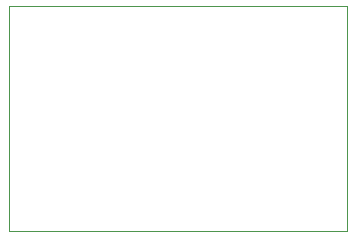
<source format=gm1>
%TF.GenerationSoftware,KiCad,Pcbnew,(5.1.7-0-10_14)*%
%TF.CreationDate,2022-03-25T14:58:00-04:00*%
%TF.ProjectId,TOTP Generator,544f5450-2047-4656-9e65-7261746f722e,rev?*%
%TF.SameCoordinates,Original*%
%TF.FileFunction,Profile,NP*%
%FSLAX46Y46*%
G04 Gerber Fmt 4.6, Leading zero omitted, Abs format (unit mm)*
G04 Created by KiCad (PCBNEW (5.1.7-0-10_14)) date 2022-03-25 14:58:00*
%MOMM*%
%LPD*%
G01*
G04 APERTURE LIST*
%TA.AperFunction,Profile*%
%ADD10C,0.100000*%
%TD*%
G04 APERTURE END LIST*
D10*
X91000000Y-81050000D02*
X91000000Y-62000000D01*
X119600000Y-81050000D02*
X91000000Y-81050000D01*
X119600000Y-62000000D02*
X119600000Y-81050000D01*
X91000000Y-62000000D02*
X119600000Y-62000000D01*
M02*

</source>
